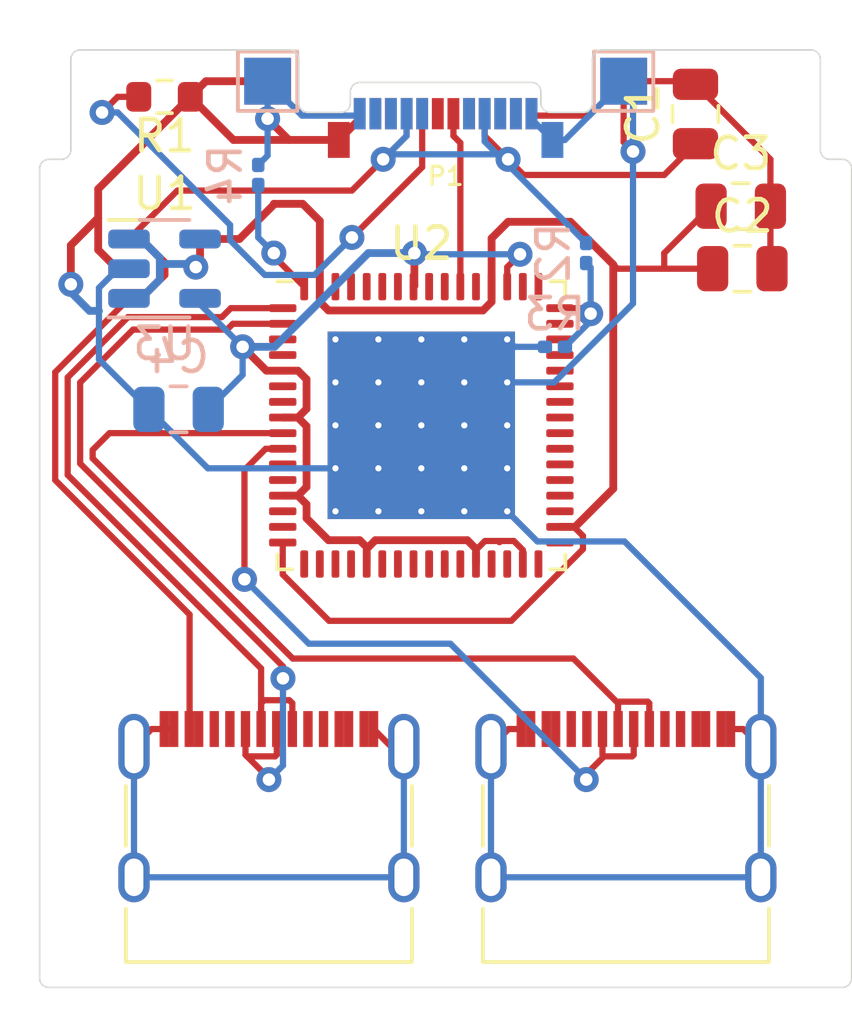
<source format=kicad_pcb>
(kicad_pcb (version 20221018) (generator pcbnew)
  (title_block (title "Expansion Card Template") (rev "X1") (company "Framework") (comment 1 "This work is licensed under a Creative Commons Attribution 4.0 International License") (comment 4 "https://frame.work"))
  (layers (0 "F.Cu" signal) (31 "B.Cu" signal) (34 "B.Paste" user) (35 "F.Paste" user) (36 "B.SilkS" user "B.Silkscreen") (37 "F.SilkS" user "F.Silkscreen") (38 "B.Mask" user) (39 "F.Mask" user) (44 "Edge.Cuts" user))
  (net 0 "")
  (net 1 "GND")
  (net 2 "+3V3")
  (net 3 "VBUS")
  (net 4 "Net-(P1-PadA5)")
  (net 7 "Net-(R4-Pad2)")
  (net 8 "/D-")
  (net 9 "/D+")
  (net 11 "+1V2")
  (net 13 "/D1")
  (net 14 "/D1-")
  (net 15 "/SBU1")
  (net 17 "/SBU2")
  (net 19 "/D2")
  (net 20 "/D2-")
  (net 22 "/TX0")
  (net 23 "/TX0-")
  (net 24 "/D")
  (net 25 "/RX0-")
  (net 26 "/RX0")
  (net 27 "Net-(R2-Pad2)")
  (net 28 "/TX_DS1")
  (net 29 "/TX_DS1-")
  (net 30 "/RX_DS1")
  (net 31 "/RX_DS1-")
  (net 32 "/TX_DS2")
  (net 33 "/TX_DS2-")
  (net 34 "/RX_DS2")
  (net 35 "/RX_DS2-")
  (footprint "Expansion_Card:USB_C_Plug_Molex_105444" (layer "F.Cu") (at 76.7775 84.06202)
    (fp_text reference "P1")
    (fp_text value "USB_C_Plug_USB2.0")
    (fp_line (start -3.35 0) (end -4.3 0) (stroke (width 0.05)) (layer "Edge.Cuts"))
    (fp_line (start -3.05 -0.66) (end -3.05 -0.3) (stroke (width 0.05)) (layer "Edge.Cuts"))
    (fp_line (start -2.75 -0.96) (end 2.75 -0.96) (stroke (width 0.05)) (layer "Edge.Cuts"))
    (fp_line (start 3.05 -0.66) (end 3.05 -0.3) (stroke (width 0.05)) (layer "Edge.Cuts"))
    (fp_line (start 3.35 0) (end 4.3 0) (stroke (width 0.05)) (layer "Edge.Cuts"))
    (fp_arc (start -3.05 -0.66) (mid -2.962132 -0.872132) (end -2.75 -0.96) (stroke (width 0.05)) (layer "Edge.Cuts"))
    (fp_arc (start -3.05 -0.3) (mid -3.137868 -0.087868) (end -3.35 0) (stroke (width 0.05)) (layer "Edge.Cuts"))
    (fp_arc (start 2.75 -0.96) (mid 2.962132 -0.872132) (end 3.05 -0.66) (stroke (width 0.05)) (layer "Edge.Cuts"))
    (fp_arc (start 3.35 0) (mid 3.137868 -0.087868) (end 3.05 -0.3) (stroke (width 0.05)) (layer "Edge.Cuts"))
  )
  (footprint "TestPoint:TestPoint_Pad_1.5x1.5mm" (layer "F.Cu") (at 71.0775 83.06202)
    (fp_text reference "TP1" hide)
    (fp_text value "TestPoint")
  )
  (footprint "TestPoint:TestPoint_Pad_1.5x1.5mm" (layer "F.Cu") (at 82.4775 83.06202)
    (fp_text reference "TP3" hide)
    (fp_text value "TestPoint")
  )
  (footprint "Resistor_SMD:R_0603_1608Metric" (layer "F.Cu") (at 67.7775 83.56202)
    (fp_text reference "R1")
    (fp_text value "5.1k")
  )
  (footprint "Connector_USB:USB_C_Receptacle_XKB_U262-16XN-4BVC11" (layer "F.Cu") (at 82.55 107.46202)
    (fp_text reference "J2" hide)
    (fp_text value "USB_C_Receptacle")
  )
  (footprint "Connector_USB:USB_C_Receptacle_XKB_U262-16XN-4BVC11" (layer "F.Cu") (at 71.12 107.46202)
    (fp_text reference "J1" hide)
    (fp_text value "USB_C_Receptacle")
  )
  (footprint "Package_TO_SOT_SMD:SOT-23-5" (layer "F.Cu") (at 67.7775 89.06202)
    (fp_text reference "U1")
    (fp_text value "AP2112K-3.3")
  )
  (footprint "Package_DFN_QFN:QFN-64-1EP_9x9mm_P0.5mm_EP6x6mm_ThermalVias" (layer "F.Cu") (at 76 94.07452)
    (fp_text reference "U2")
    (fp_text value "TUSB8041")
  )
  (footprint "Capacitor_SMD:C_0805_2012Metric" (layer "F.Cu") (at 86.2275 87.06202)
    (fp_text reference "C3")
    (fp_text value "10uF")
  )
  (footprint "Capacitor_SMD:C_0805_2012Metric" (layer "F.Cu") (at 84.7775 84.11202 90)
    (fp_text reference "C1")
    (fp_text value "10uF")
  )
  (footprint "Capacitor_SMD:C_0805_2012Metric" (layer "F.Cu") (at 86.2775 89.06202)
    (fp_text reference "C2")
    (fp_text value "10uF")
  )
  (footprint "TestPoint:TestPoint_Pad_1.5x1.5mm" (layer "B.Cu") (at 71.0775 83.06202)
    (fp_text reference "TP2" hide)
    (fp_text value "TestPoint")
  )
  (footprint "TestPoint:TestPoint_Pad_1.5x1.5mm" (layer "B.Cu") (at 82.4775 83.06202)
    (fp_text reference "TP4" hide)
    (fp_text value "TestPoint")
  )
  (footprint "Resistor_SMD:R_0201_0603Metric" (layer "B.Cu") (at 70.7775 86.06202 -90)
    (fp_text reference "R4")
    (fp_text value "9.53K")
  )
  (footprint "Resistor_SMD:R_0201_0603Metric" (layer "B.Cu") (at 81.2775 88.56202 -90)
    (fp_text reference "R2")
    (fp_text value "90.9K")
  )
  (footprint "Resistor_SMD:R_0201_0603Metric" (layer "B.Cu") (at 80.2775 91.56202 180)
    (fp_text reference "R3")
    (fp_text value "10K")
  )
  (footprint "Capacitor_SMD:C_0805_2012Metric" (layer "B.Cu") (at 68.2275 93.56202 180)
    (fp_text reference "C4")
    (fp_text value "10uF")
  )
  (footprint "Package_TO_SOT_SMD:SOT-23-5" (layer "B.Cu") (at 67.7775 89.06202)
    (fp_text reference "U3")
    (fp_text value "AP2112K-1.2")
  )
  (gr_line locked (start 89.7775 85.86202) (end 89.7775 111.76202) (stroke (width 0.05)) (layer "Edge.Cuts"))
  (gr_line locked (start 64.0775 112.06202) (end 89.4775 112.06202) (stroke (width 0.05)) (layer "Edge.Cuts"))
  (gr_arc locked (start 81.4775 83.76202) (mid 81.389632 83.974152) (end 81.1775 84.06202) (stroke (width 0.05)) (layer "Edge.Cuts"))
  (gr_arc locked (start 71.7775 82.06202) (mid 71.989632 82.149888) (end 72.0775 82.36202) (stroke (width 0.05)) (layer "Edge.Cuts"))
  (gr_line locked (start 81.4775 83.76202) (end 81.4775 82.36202) (stroke (width 0.05)) (layer "Edge.Cuts"))
  (gr_arc locked (start 81.4775 82.36202) (mid 81.565368 82.149888) (end 81.7775 82.06202) (stroke (width 0.05)) (layer "Edge.Cuts"))
  (gr_line locked (start 71.7775 82.06202) (end 65.0775 82.06202) (stroke (width 0.05)) (layer "Edge.Cuts"))
  (gr_line locked (start 81.7775 82.06202) (end 88.4775 82.06202) (stroke (width 0.05)) (layer "Edge.Cuts"))
  (gr_arc locked (start 64.0775 112.06202) (mid 63.865368 111.974152) (end 63.7775 111.76202) (stroke (width 0.05)) (layer "Edge.Cuts"))
  (gr_line locked (start 81.0775 84.06202) (end 81.1775 84.06202) (stroke (width 0.05)) (layer "Edge.Cuts"))
  (gr_arc locked (start 64.7775 82.36202) (mid 64.865368 82.149888) (end 65.0775 82.06202) (stroke (width 0.05)) (layer "Edge.Cuts"))
  (gr_line locked (start 64.7775 85.26202) (end 64.7775 82.36202) (stroke (width 0.05)) (layer "Edge.Cuts"))
  (gr_arc locked (start 64.7775 85.26202) (mid 64.689632 85.474152) (end 64.4775 85.56202) (stroke (width 0.05)) (layer "Edge.Cuts"))
  (gr_arc locked (start 63.7775 85.86202) (mid 63.865368 85.649888) (end 64.0775 85.56202) (stroke (width 0.05)) (layer "Edge.Cuts"))
  (gr_line locked (start 64.0775 85.56202) (end 64.4775 85.56202) (stroke (width 0.05)) (layer "Edge.Cuts"))
  (gr_line locked (start 88.7775 85.26202) (end 88.7775 82.36202) (stroke (width 0.05)) (layer "Edge.Cuts"))
  (gr_arc locked (start 89.4775 85.56202) (mid 89.689632 85.649888) (end 89.7775 85.86202) (stroke (width 0.05)) (layer "Edge.Cuts"))
  (gr_arc locked (start 89.0775 85.56202) (mid 88.865368 85.474152) (end 88.7775 85.26202) (stroke (width 0.05)) (layer "Edge.Cuts"))
  (gr_line locked (start 89.0775 85.56202) (end 89.4775 85.56202) (stroke (width 0.05)) (layer "Edge.Cuts"))
  (gr_line locked (start 63.7775 85.86202) (end 63.7775 111.76202) (stroke (width 0.05)) (layer "Edge.Cuts"))
  (gr_arc locked (start 72.3775 84.06202) (mid 72.165368 83.974152) (end 72.0775 83.76202) (stroke (width 0.05)) (layer "Edge.Cuts"))
  (gr_arc locked (start 88.4775 82.06202) (mid 88.689632 82.149888) (end 88.7775 82.36202) (stroke (width 0.05)) (layer "Edge.Cuts"))
  (gr_line locked (start 72.3775 84.06202) (end 72.4775 84.06202) (stroke (width 0.05)) (layer "Edge.Cuts"))
  (gr_arc locked (start 89.7775 111.76202) (mid 89.689632 111.974152) (end 89.4775 112.06202) (stroke (width 0.05)) (layer "Edge.Cuts"))
  (gr_line locked (start 72.0775 83.76202) (end 72.0775 82.36202) (stroke (width 0.05)) (layer "Edge.Cuts"))
  (segment (start 81.375581 84.163939) (end 82.4775 83.06202) (width 0.2) (layer "F.Cu") (net 1))
  (segment (start 66.64 89.06202) (end 66.256428 89.06202) (width 0.25) (layer "F.Cu") (net 1))
  (segment (start 73.3575 84.94202) (end 74.012989 84.286531) (width 0.25) (layer "F.Cu") (net 1))
  (segment (start 87.1775 87.06202) (end 87.1775 85.56202) (width 0.2) (layer "F.Cu") (net 1))
  (segment (start 78.795 103.79202) (end 78.23 104.35702) (width 0.2) (layer "F.Cu") (net 1))
  (segment (start 87.1775 87.06202) (end 87.1775 89.01202) (width 0.2) (layer "F.Cu") (net 1))
  (segment (start 65.65298 86.51154) (end 68.6025 83.56202) (width 0.25) (layer "F.Cu") (net 1))
  (segment (start 64.7775 88.31202) (end 64.7775 89.56202) (width 0.25) (layer "F.Cu") (net 1))
  (segment (start 79.5275 84.10202) (end 79.589419 84.163939) (width 0.2) (layer "F.Cu") (net 1))
  (segment (start 71.7575 84.94202) (end 71.0775 84.26202) (width 0.25) (layer "F.Cu") (net 1))
  (segment (start 82.4775 83.06202) (end 82.4775 85.01202) (width 0.2) (layer "F.Cu") (net 1))
  (segment (start 75.035 104.35702) (end 74.47 103.79202) (width 0.2) (layer "F.Cu") (net 1))
  (segment (start 69.1025 83.06202) (end 71.0775 83.06202) (width 0.25) (layer "F.Cu") (net 1))
  (segment (start 75.44 104.35702) (end 75.035 104.35702) (width 0.2) (layer "F.Cu") (net 1))
  (segment (start 65.65298 87.43654) (end 65.65298 86.51154) (width 0.25) (layer "F.Cu") (net 1))
  (segment (start 66.256428 89.06202) (end 65.65298 88.458572) (width 0.25) (layer "F.Cu") (net 1))
  (segment (start 69.9825 84.94202) (end 68.6025 83.56202) (width 0.25) (layer "F.Cu") (net 1))
  (segment (start 68.6025 83.56202) (end 69.1025 83.06202) (width 0.25) (layer "F.Cu") (net 1))
  (segment (start 65.65298 87.43654) (end 64.7775 88.31202) (width 0.25) (layer "F.Cu") (net 1))
  (segment (start 67.365 103.79202) (end 66.8 104.35702) (width 0.2) (layer "F.Cu") (net 1))
  (segment (start 84.7775 83.16202) (end 84.6775 83.06202) (width 0.2) (layer "F.Cu") (net 1))
  (segment (start 84.6775 83.06202) (end 82.4775 83.06202) (width 0.2) (layer "F.Cu") (net 1))
  (segment (start 65.65298 88.458572) (end 65.65298 87.43654) (width 0.25) (layer "F.Cu") (net 1))
  (segment (start 79.589419 84.163939) (end 81.375581 84.163939) (width 0.2) (layer "F.Cu") (net 1))
  (segment (start 79.2 103.79202) (end 78.795 103.79202) (width 0.2) (layer "F.Cu") (net 1))
  (segment (start 74.012989 84.286531) (end 74.012989 84.10202) (width 0.25) (layer "F.Cu") (net 1))
  (segment (start 82.4775 85.01202) (end 82.7775 85.31202) (width 0.2) (layer "F.Cu") (net 1))
  (segment (start 86.305 103.79202) (end 86.87 104.35702) (width 0.2) (layer "F.Cu") (net 1))
  (segment (start 68.07 103.79202) (end 67.365 103.79202) (width 0.2) (layer "F.Cu") (net 1))
  (segment (start 87.1775 85.56202) (end 84.7775 83.16202) (width 0.2) (layer "F.Cu") (net 1))
  (segment (start 85.9 103.79202) (end 86.305 103.79202) (width 0.2) (layer "F.Cu") (net 1))
  (segment (start 69.9825 84.94202) (end 73.3575 84.94202) (width 0.25) (layer "F.Cu") (net 1))
  (segment (start 87.1775 89.01202) (end 87.2275 89.06202) (width 0.2) (layer "F.Cu") (net 1))
  (via (at 82.7775 85.31202) (size 0.8) (drill 0.4) (layers "F.Cu" "B.Cu") (net 1))
  (via (at 71.0775 84.26202) (size 0.8) (drill 0.4) (layers "F.Cu" "B.Cu") (net 1))
  (via (at 64.7775 89.56202) (size 0.8) (drill 0.4) (layers "F.Cu" "B.Cu") (net 1))
  (segment (start 82.7775 85.31202) (end 82.7775 83.36202) (width 0.2) (layer "B.Cu") (net 1))
  (segment (start 71.0775 84.26202) (end 71.0775 83.06202) (width 0.2) (layer "B.Cu") (net 1))
  (segment (start 71.0775 85.44202) (end 71.0775 84.26202) (width 0.2) (layer "B.Cu") (net 1))
  (segment (start 82.7775 90.177026) (end 82.7775 85.31202) (width 0.2) (layer "B.Cu") (net 1))
  (segment (start 78.9875 91.56202) (end 78.75 91.32452) (width 0.2) (layer "B.Cu") (net 1))
  (segment (start 79.5275 84.10202) (end 79.5275 84.27202) (width 0.2) (layer "B.Cu") (net 1))
  (segment (start 79.9575 91.56202) (end 78.9875 91.56202) (width 0.2) (layer "B.Cu") (net 1))
  (segment (start 73.25 95.44952) (end 69.165 95.44952) (width 0.2) (layer "B.Cu") (net 1))
  (segment (start 78.75 92.69952) (end 80.255006 92.69952) (width 0.2) (layer "B.Cu") (net 1))
  (segment (start 67.2775 93.56202) (end 65.67798 91.9625) (width 0.2) (layer "B.Cu") (net 1))
  (segment (start 69.165 95.44952) (end 67.2775 93.56202) (width 0.2) (layer "B.Cu") (net 1))
  (segment (start 66.291783 89.06202) (end 66.64 89.06202) (width 0.2) (layer "B.Cu") (net 1))
  (segment (start 65.37702 90.41154) (end 65.67798 90.41154) (width 0.25) (layer "B.Cu") (net 1))
  (segment (start 86.87 108.53702) (end 86.87 104.35702) (width 0.2) (layer "B.Cu") (net 1))
  (segment (start 80.1975 84.94202) (end 80.5975 84.94202) (width 0.2) (layer "B.Cu") (net 1))
  (segment (start 79.71548 97.79) (end 82.50548 97.79) (width 0.2) (layer "B.Cu") (net 1))
  (segment (start 75.44 104.35702) (end 75.44 108.53702) (width 0.2) (layer "B.Cu") (net 1))
  (segment (start 79.5275 84.27202) (end 80.1975 84.94202) (width 0.2) (layer "B.Cu") (net 1))
  (segment (start 72.179419 84.163939) (end 71.0775 83.06202) (width 0.2) (layer "B.Cu") (net 1))
  (segment (start 73.965581 84.163939) (end 72.179419 84.163939) (width 0.2) (layer "B.Cu") (net 1))
  (segment (start 78.75 96.82452) (end 79.71548 97.79) (width 0.2) (layer "B.Cu") (net 1))
  (segment (start 70.7775 85.74202) (end 71.0775 85.44202) (width 0.2) (layer "B.Cu") (net 1))
  (segment (start 80.5975 84.94202) (end 82.4775 83.06202) (width 0.2) (layer "B.Cu") (net 1))
  (segment (start 65.67798 89.675823) (end 66.291783 89.06202) (width 0.2) (layer "B.Cu") (net 1))
  (segment (start 64.7775 89.56202) (end 64.7775 89.81202) (width 0.25) (layer "B.Cu") (net 1))
  (segment (start 66.8 108.53702) (end 75.44 108.53702) (width 0.2) (layer "B.Cu") (net 1))
  (segment (start 78.23 104.35702) (end 78.23 108.53702) (width 0.2) (layer "B.Cu") (net 1))
  (segment (start 65.67798 91.9625) (end 65.67798 89.675823) (width 0.2) (layer "B.Cu") (net 1))
  (segment (start 86.87 102.15452) (end 86.87 104.35702) (width 0.2) (layer "B.Cu") (net 1))
  (segment (start 80.255006 92.69952) (end 82.7775 90.177026) (width 0.2) (layer "B.Cu") (net 1))
  (segment (start 82.7775 83.36202) (end 82.4775 83.06202) (width 0.2) (layer "B.Cu") (net 1))
  (segment (start 82.50548 97.79) (end 86.87 102.15452) (width 0.2) (layer "B.Cu") (net 1))
  (segment (start 64.7775 89.81202) (end 65.37702 90.41154) (width 0.25) (layer "B.Cu") (net 1))
  (segment (start 74.0275 84.10202) (end 73.965581 84.163939) (width 0.2) (layer "B.Cu") (net 1))
  (segment (start 78.23 108.53702) (end 86.87 108.53702) (width 0.2) (layer "B.Cu") (net 1))
  (segment (start 66.8 104.35702) (end 66.8 108.53702) (width 0.2) (layer "B.Cu") (net 1))
  (segment (start 77.972808 90.39904) (end 78.25 90.121848) (width 0.25) (layer "F.Cu") (net 2))
  (segment (start 72.75 89.63702) (end 72.75 90.121848) (width 0.25) (layer "F.Cu") (net 2))
  (segment (start 78.25 88.08952) (end 78.7775 87.56202) (width 0.25) (layer "F.Cu") (net 2))
  (segment (start 81.17452 98.036973) (end 81.17452 97.612067) (width 0.2) (layer "F.Cu") (net 2))
  (segment (start 82.2775 89.06202) (end 82.145147 88.929667) (width 0.2) (layer "F.Cu") (net 2))
  (segment (start 71.2775 86.98654) (end 72.20202 86.98654) (width 0.25) (layer "F.Cu") (net 2))
  (segment (start 83.7775 89.06202) (end 82.2775 89.06202) (width 0.2) (layer "F.Cu") (net 2))
  (segment (start 68.7775 89.01152) (end 68.915 88.87402) (width 0.25) (layer "F.Cu") (net 2))
  (segment (start 85.2775 87.06202) (end 83.7775 88.56202) (width 0.2) (layer "F.Cu") (net 2))
  (segment (start 70.177 88.11202) (end 71.2775 87.01152) (width 0.25) (layer "F.Cu") (net 2))
  (segment (start 71.5625 97.82452) (end 71.5625 98.84702) (width 0.2) (layer "F.Cu") (net 2))
  (segment (start 72.20202 86.98654) (end 72.75 87.53452) (width 0.25) (layer "F.Cu") (net 2))
  (segment (start 81.17452 97.612067) (end 80.886973 97.32452) (width 0.2) (layer "F.Cu") (net 2))
  (segment (start 83.7775 88.56202) (end 83.7775 89.06202) (width 0.2) (layer "F.Cu") (net 2))
  (segment (start 82.145147 88.929667) (end 82.145147 96.101701) (width 0.25) (layer "F.Cu") (net 2))
  (segment (start 80.886973 97.32452) (end 80.4375 97.32452) (width 0.2) (layer "F.Cu") (net 2))
  (segment (start 68.915 88.11202) (end 70.177 88.11202) (width 0.25) (layer "F.Cu") (net 2))
  (segment (start 85.3275 89.06202) (end 83.7775 89.06202) (width 0.2) (layer "F.Cu") (net 2))
  (segment (start 78.7775 87.56202) (end 80.7775 87.56202) (width 0.25) (layer "F.Cu") (net 2))
  (segment (start 73.04548 100.33) (end 78.881493 100.33) (width 0.2) (layer "F.Cu") (net 2))
  (segment (start 78.881493 100.33) (end 81.17452 98.036973) (width 0.2) (layer "F.Cu") (net 2))
  (segment (start 72.75 87.53452) (end 72.75 89.63702) (width 0.25) (layer "F.Cu") (net 2))
  (segment (start 72.75 90.121848) (end 73.027192 90.39904) (width 0.25) (layer "F.Cu") (net 2))
  (segment (start 78.25 90.121848) (end 78.25 89.63702) (width 0.25) (layer "F.Cu") (net 2))
  (segment (start 71.5625 98.84702) (end 73.04548 100.33) (width 0.2) (layer "F.Cu") (net 2))
  (segment (start 78.25 89.63702) (end 78.25 88.08952) (width 0.25) (layer "F.Cu") (net 2))
  (segment (start 82.145147 96.101701) (end 80.922328 97.32452) (width 0.25) (layer "F.Cu") (net 2))
  (segment (start 80.7775 87.56202) (end 82.145147 88.929667) (width 0.25) (layer "F.Cu") (net 2))
  (segment (start 68.915 88.87402) (end 68.915 88.11202) (width 0.25) (layer "F.Cu") (net 2))
  (segment (start 71.2775 87.01152) (end 71.2775 86.98654) (width 0.25) (layer "F.Cu") (net 2))
  (segment (start 80.922328 97.32452) (end 80.4375 97.32452) (width 0.25) (layer "F.Cu") (net 2))
  (segment (start 73.027192 90.39904) (end 77.972808 90.39904) (width 0.25) (layer "F.Cu") (net 2))
  (via (at 68.7775 89.01152) (size 0.8) (drill 0.4) (layers "F.Cu" "B.Cu") (net 2))
  (segment (start 67.023572 90.01202) (end 67.62702 89.408572) (width 0.25) (layer "B.Cu") (net 2))
  (segment (start 67.62702 88.715468) (end 67.023572 88.11202) (width 0.25) (layer "B.Cu") (net 2))
  (segment (start 67.023572 88.11202) (end 66.64 88.11202) (width 0.25) (layer "B.Cu") (net 2))
  (segment (start 68.7775 89.01152) (end 68.67752 88.91154) (width 0.25) (layer "B.Cu") (net 2))
  (segment (start 68.67752 88.91154) (end 67.62702 88.91154) (width 0.25) (layer "B.Cu") (net 2))
  (segment (start 67.62702 88.91154) (end 67.62702 88.715468) (width 0.25) (layer "B.Cu") (net 2))
  (segment (start 66.64 90.01202) (end 67.023572 90.01202) (width 0.25) (layer "B.Cu") (net 2))
  (segment (start 67.62702 89.408572) (end 67.62702 88.91154) (width 0.25) (layer "B.Cu") (net 2))
  (segment (start 66.64 90.01202) (end 67.023572 90.01202) (width 0.25) (layer "F.Cu") (net 3))
  (segment (start 73.7775 86.56202) (end 68.19 86.56202) (width 0.2) (layer "F.Cu") (net 3))
  (segment (start 79.2775 86.06202) (end 83.7775 86.06202) (width 0.2) (layer "F.Cu") (net 3))
  (segment (start 78.0275 84.10202) (end 78.0275 84.81202) (width 0.2) (layer "F.Cu") (net 3))
  (segment (start 67.7775 89.258092) (end 67.7775 88.865948) (width 0.25) (layer "F.Cu") (net 3))
  (segment (start 68.58 103.78202) (end 68.57 103.79202) (width 0.2) (layer "F.Cu") (net 3))
  (segment (start 68.58 100.129763) (end 68.58 103.78202) (width 0.2) (layer "F.Cu") (net 3))
  (segment (start 64.2775 92.37452) (end 64.2775 95.827263) (width 0.2) (layer "F.Cu") (net 3))
  (segment (start 67.023572 90.01202) (end 67.7775 89.258092) (width 0.25) (layer "F.Cu") (net 3))
  (segment (start 64.2775 95.827263) (end 68.58 100.129763) (width 0.2) (layer "F.Cu") (net 3))
  (segment (start 68.19 86.56202) (end 66.64 88.11202) (width 0.2) (layer "F.Cu") (net 3))
  (segment (start 75.5275 84.10202) (end 75.5275 84.81202) (width 0.2) (layer "F.Cu") (net 3))
  (segment (start 75.5275 84.81202) (end 73.7775 86.56202) (width 0.2) (layer "F.Cu") (net 3))
  (segment (start 66.64 90.01202) (end 64.2775 92.37452) (width 0.2) (layer "F.Cu") (net 3))
  (segment (start 78.0275 84.81202) (end 78.7775 85.56202) (width 0.2) (layer "F.Cu") (net 3))
  (segment (start 67.7775 88.865948) (end 67.023572 88.11202) (width 0.25) (layer "F.Cu") (net 3))
  (segment (start 78.7775 85.56202) (end 79.2775 86.06202) (width 0.2) (layer "F.Cu") (net 3))
  (segment (start 83.7775 86.06202) (end 84.7775 85.06202) (width 0.2) (layer "F.Cu") (net 3))
  (segment (start 67.023572 88.11202) (end 66.64 88.11202) (width 0.25) (layer "F.Cu") (net 3))
  (via (at 74.7775 85.56202) (size 0.8) (drill 0.4) (layers "F.Cu" "B.Cu") (net 3))
  (via (at 78.7775 85.56202) (size 0.8) (drill 0.4) (layers "F.Cu" "B.Cu") (net 3))
  (segment (start 78.6175 85.40202) (end 78.7775 85.56202) (width 0.2) (layer "B.Cu") (net 3))
  (segment (start 78.4375 85.40202) (end 78.0275 84.99202) (width 0.2) (layer "B.Cu") (net 3))
  (segment (start 78.4375 85.40202) (end 74.9375 85.40202) (width 0.2) (layer "B.Cu") (net 3))
  (segment (start 78.0275 84.99202) (end 78.0275 84.10202) (width 0.2) (layer "B.Cu") (net 3))
  (segment (start 75.5275 84.10202) (end 75.5275 84.81202) (width 0.2) (layer "B.Cu") (net 3))
  (segment (start 78.4375 85.40202) (end 78.6175 85.40202) (width 0.2) (layer "B.Cu") (net 3))
  (segment (start 74.7775 85.56202) (end 75.5275 84.81202) (width 0.2) (layer "B.Cu") (net 3))
  (segment (start 81.2775 88.24202) (end 78.4375 85.40202) (width 0.2) (layer "B.Cu") (net 3))
  (segment (start 66.9525 83.56202) (end 66.2775 83.56202) (width 0.2) (layer "F.Cu") (net 4))
  (segment (start 66.2775 83.56202) (end 65.7775 84.06202) (width 0.2) (layer "F.Cu") (net 4))
  (segment (start 76.0275 85.81202) (end 73.7775 88.06202) (width 0.2) (layer "F.Cu") (net 4))
  (segment (start 76.0275 84.10202) (end 76.0275 85.81202) (width 0.2) (layer "F.Cu") (net 4))
  (via (at 73.7775 88.06202) (size 0.8) (drill 0.4) (layers "F.Cu" "B.Cu") (net 4))
  (via (at 65.7775 84.06202) (size 0.8) (drill 0.4) (layers "F.Cu" "B.Cu") (net 4))
  (segment (start 66.2775 84.06202) (end 65.7775 84.06202) (width 0.2) (layer "B.Cu") (net 4))
  (segment (start 69.87702 87.66154) (end 66.2775 84.06202) (width 0.2) (layer "B.Cu") (net 4))
  (segment (start 69.87702 88.150799) (end 69.87702 87.66154) (width 0.2) (layer "B.Cu") (net 4))
  (segment (start 73.7775 88.06202) (end 72.577989 89.261531) (width 0.2) (layer "B.Cu") (net 4))
  (segment (start 70.987752 89.261531) (end 69.87702 88.150799) (width 0.2) (layer "B.Cu") (net 4))
  (segment (start 72.577989 89.261531) (end 70.987752 89.261531) (width 0.2) (layer "B.Cu") (net 4))
  (segment (start 71.2775 88.66452) (end 72.25 89.63702) (width 0.2) (layer "F.Cu") (net 7))
  (segment (start 71.2775 88.56202) (end 71.2775 88.66452) (width 0.2) (layer "F.Cu") (net 7))
  (via (at 71.2775 88.56202) (size 0.8) (drill 0.4) (layers "F.Cu" "B.Cu") (net 7))
  (segment (start 70.7775 86.38202) (end 70.7775 88.06202) (width 0.2) (layer "B.Cu") (net 7))
  (segment (start 70.7775 88.06202) (end 71.2775 88.56202) (width 0.2) (layer "B.Cu") (net 7))
  (segment (start 77.25 89.63702) (end 77.25 85.03452) (width 0.2) (layer "F.Cu") (net 8))
  (segment (start 77.0275 84.81202) (end 77.0275 84.10202) (width 0.2) (layer "F.Cu") (net 8))
  (segment (start 77.25 85.03452) (end 77.0275 84.81202) (width 0.2) (layer "F.Cu") (net 8))
  (segment (start 72.047328 93.82452) (end 72.32452 93.547328) (width 0.25) (layer "F.Cu") (net 11))
  (segment (start 72.32452 94.101712) (end 72.047328 93.82452) (width 0.25) (layer "F.Cu") (net 11))
  (segment (start 78.75 89.63702) (end 78.75 89.010113) (width 0.2) (layer "F.Cu") (net 11))
  (segment (start 71.5625 92.32452) (end 71.04 92.32452) (width 0.25) (layer "F.Cu") (net 11))
  (segment (start 72.32452 97.048062) (end 73.026458 97.75) (width 0.25) (layer "F.Cu") (net 11))
  (segment (start 75.7775 89.60952) (end 75.75 89.63702) (width 0.25) (layer "F.Cu") (net 11))
  (segment (start 74.25 97.972192) (end 74.305 97.972192) (width 0.25) (layer "F.Cu") (net 11))
  (segment (start 71.5625 93.82452) (end 72.047328 93.82452) (width 0.25) (layer "F.Cu") (net 11))
  (segment (start 77.75 98.062547) (end 78.037547 97.775) (width 0.2) (layer "F.Cu") (net 11))
  (segment (start 73.026458 97.75) (end 74.027808 97.75) (width 0.25) (layer "F.Cu") (net 11))
  (segment (start 72.047328 96.32452) (end 72.32452 96.601712) (width 0.25) (layer "F.Cu") (net 11))
  (segment (start 78.962453 97.775) (end 79.25 98.062547) (width 0.2) (layer "F.Cu") (net 11))
  (segment (start 78.462453 97.775) (end 78.499473 97.81202) (width 0.2) (layer "F.Cu") (net 11))
  (segment (start 74.527192 97.75) (end 77.472808 97.75) (width 0.25) (layer "F.Cu") (net 11))
  (segment (start 72.32452 96.047328) (end 72.32452 94.101712) (width 0.25) (layer "F.Cu") (net 11))
  (segment (start 78.037547 97.775) (end 78.462453 97.775) (width 0.2) (layer "F.Cu") (net 11))
  (segment (start 71.5625 96.32452) (end 72.047328 96.32452) (width 0.25) (layer "F.Cu") (net 11))
  (segment (start 78.500527 97.81202) (end 78.537547 97.775) (width 0.2) (layer "F.Cu") (net 11))
  (segment (start 77.75 98.51202) (end 77.75 98.062547) (width 0.2) (layer "F.Cu") (net 11))
  (segment (start 72.32452 92.601712) (end 72.047328 92.32452) (width 0.25) (layer "F.Cu") (net 11))
  (segment (start 74.027808 97.75) (end 74.25 97.972192) (width 0.25) (layer "F.Cu") (net 11))
  (segment (start 79.25 98.062547) (end 79.25 98.51202) (width 0.2) (layer "F.Cu") (net 11))
  (segment (start 72.047328 96.32452) (end 72.32452 96.047328) (width 0.25) (layer "F.Cu") (net 11))
  (segment (start 74.25 97.972192) (end 74.25 98.51202) (width 0.25) (layer "F.Cu") (net 11))
  (segment (start 72.32452 96.601712) (end 72.32452 97.048062) (width 0.25) (layer "F.Cu") (net 11))
  (segment (start 72.047328 92.32452) (end 71.5625 92.32452) (width 0.25) (layer "F.Cu") (net 11))
  (segment (start 77.472808 97.75) (end 77.75 98.027192) (width 0.25) (layer "F.Cu") (net 11))
  (segment (start 72.32452 93.547328) (end 72.32452 92.601712) (width 0.25) (layer "F.Cu") (net 11))
  (segment (start 78.499473 97.81202) (end 78.500527 97.81202) (width 0.2) (layer "F.Cu") (net 11))
  (segment (start 78.537547 97.775) (end 78.962453 97.775) (width 0.2) (layer "F.Cu") (net 11))
  (segment (start 71.04 92.32452) (end 70.2775 91.56202) (width 0.25) (layer "F.Cu") (net 11))
  (segment (start 78.75 89.010113) (end 79.159501 88.600612) (width 0.2) (layer "F.Cu") (net 11))
  (segment (start 77.75 98.027192) (end 77.75 98.51202) (width 0.25) (layer "F.Cu") (net 11))
  (segment (start 74.305 97.972192) (end 74.527192 97.75) (width 0.25) (layer "F.Cu") (net 11))
  (segment (start 75.7775 88.56202) (end 75.7775 89.60952) (width 0.25) (layer "F.Cu") (net 11))
  (via (at 79.159501 88.600612) (size 0.8) (drill 0.4) (layers "F.Cu" "B.Cu") (net 11))
  (via (at 70.2775 91.56202) (size 0.8) (drill 0.4) (layers "F.Cu" "B.Cu") (net 11))
  (via (at 75.7775 88.56202) (size 0.8) (drill 0.4) (layers "F.Cu" "B.Cu") (net 11))
  (segment (start 70.2775 92.46202) (end 70.2775 91.56202) (width 0.2) (layer "B.Cu") (net 11))
  (segment (start 68.915 90.19952) (end 68.915 90.01202) (width 0.2) (layer "B.Cu") (net 11))
  (segment (start 70.2775 91.56202) (end 68.915 90.19952) (width 0.2) (layer "B.Cu") (net 11))
  (segment (start 69.1775 93.56202) (end 70.2775 92.46202) (width 0.2) (layer "B.Cu") (net 11))
  (segment (start 75.816092 88.600612) (end 75.7775 88.56202) (width 0.2) (layer "B.Cu") (net 11))
  (segment (start 74.302114 88.56202) (end 75.7775 88.56202) (width 0.25) (layer "B.Cu") (net 11))
  (segment (start 79.159501 88.600612) (end 75.816092 88.600612) (width 0.2) (layer "B.Cu") (net 11))
  (segment (start 70.2775 91.56202) (end 71.302114 91.56202) (width 0.25) (layer "B.Cu") (net 11))
  (segment (start 71.302114 91.56202) (end 74.302114 88.56202) (width 0.25) (layer "B.Cu") (net 11))
  (segment (start 71.77298 102.87) (end 71.87 102.96702) (width 0.2) (layer "F.Cu") (net 13))
  (segment (start 70.87 103.79202) (end 70.87 102.96702) (width 0.2) (layer "F.Cu") (net 13))
  (segment (start 71.87 102.96702) (end 71.87 103.79202) (width 0.2) (layer "F.Cu") (net 13))
  (segment (start 64.677021 95.661098) (end 70.87 101.854077) (width 0.2) (layer "F.Cu") (net 13))
  (segment (start 64.677021 92.540005) (end 64.677021 95.661098) (width 0.2) (layer "F.Cu") (net 13))
  (segment (start 66.605486 90.61154) (end 64.677021 92.540005) (width 0.2) (layer "F.Cu") (net 13))
  (segment (start 69.613697 90.61154) (end 66.605486 90.61154) (width 0.2) (layer "F.Cu") (net 13))
  (segment (start 71.5625 90.32452) (end 69.900717 90.32452) (width 0.2) (layer "F.Cu") (net 13))
  (segment (start 70.96702 102.87) (end 71.77298 102.87) (width 0.2) (layer "F.Cu") (net 13))
  (segment (start 69.900717 90.32452) (end 69.613697 90.61154) (width 0.2) (layer "F.Cu") (net 13))
  (segment (start 70.87 101.854077) (end 70.87 103.79202) (width 0.2) (layer "F.Cu") (net 13))
  (segment (start 70.87 102.96702) (end 70.96702 102.87) (width 0.2) (layer "F.Cu") (net 13))
  (segment (start 70.37 103.79202) (end 70.37 104.61702) (width 0.2) (layer "F.Cu") (net 14))
  (segment (start 65.07654 95.296054) (end 65.07654 92.705492) (width 0.2) (layer "F.Cu") (net 14))
  (segment (start 66.770972 91.01106) (end 69.779183 91.01106) (width 0.2) (layer "F.Cu") (net 14))
  (segment (start 65.07654 92.705492) (end 66.770972 91.01106) (width 0.2) (layer "F.Cu") (net 14))
  (segment (start 65.07654 95.296054) (end 71.5695 101.789014) (width 0.2) (layer "F.Cu") (net 14))
  (segment (start 70.42 104.66702) (end 71.32 104.66702) (width 0.2) (layer "F.Cu") (net 14))
  (segment (start 71.12 105.36702) (end 70.37 104.61702) (width 0.2) (layer "F.Cu") (net 14))
  (segment (start 71.37 104.61702) (end 71.37 103.79202) (width 0.2) (layer "F.Cu") (net 14))
  (segment (start 71.12 105.41) (end 71.12 105.36702) (width 0.2) (layer "F.Cu") (net 14))
  (segment (start 69.965723 90.82452) (end 71.5625 90.82452) (width 0.2) (layer "F.Cu") (net 14))
  (segment (start 71.5695 101.789014) (end 71.5695 102.1705) (width 0.2) (layer "F.Cu") (net 14))
  (segment (start 71.32 104.66702) (end 71.37 104.61702) (width 0.2) (layer "F.Cu") (net 14))
  (segment (start 69.779183 91.01106) (end 69.965723 90.82452) (width 0.2) (layer "F.Cu") (net 14))
  (segment (start 70.37 104.61702) (end 70.42 104.66702) (width 0.2) (layer "F.Cu") (net 14))
  (via (at 71.12 105.41) (size 0.8) (drill 0.4) (layers "F.Cu" "B.Cu") (net 14))
  (via (at 71.5695 102.1705) (size 0.8) (drill 0.4) (layers "F.Cu" "B.Cu") (net 14))
  (segment (start 71.5695 102.1705) (end 71.5695 104.9605) (width 0.2) (layer "B.Cu") (net 14))
  (segment (start 71.5695 104.9605) (end 71.12 105.41) (width 0.2) (layer "B.Cu") (net 14))
  (segment (start 71.882627 101.537135) (end 80.870115 101.537135) (width 0.2) (layer "F.Cu") (net 19))
  (segment (start 83.25 102.91702) (end 82.35 102.91702) (width 0.2) (layer "F.Cu") (net 19))
  (segment (start 71.5625 94.32452) (end 66.015 94.32452) (width 0.2) (layer "F.Cu") (net 19))
  (segment (start 66.015 94.32452) (end 65.47606 94.86346) (width 0.2) (layer "F.Cu") (net 19))
  (segment (start 65.47606 95.130568) (end 71.882627 101.537135) (width 0.2) (layer "F.Cu") (net 19))
  (segment (start 82.3 102.96702) (end 82.3 103.79202) (width 0.2) (layer "F.Cu") (net 19))
  (segment (start 83.3 103.79202) (end 83.3 102.96702) (width 0.2) (layer "F.Cu") (net 19))
  (segment (start 83.3 102.96702) (end 83.25 102.91702) (width 0.2) (layer "F.Cu") (net 19))
  (segment (start 80.870115 101.537135) (end 82.3 102.96702) (width 0.2) (layer "F.Cu") (net 19))
  (segment (start 65.47606 94.86346) (end 65.47606 95.130568) (width 0.2) (layer "F.Cu") (net 19))
  (segment (start 82.35 102.91702) (end 82.3 102.96702) (width 0.2) (layer "F.Cu") (net 19))
  (segment (start 81.28 105.41) (end 81.28 105.23702) (width 0.2) (layer "F.Cu") (net 20))
  (segment (start 70.337128 95.502392) (end 71.015 94.82452) (width 0.2) (layer "F.Cu") (net 20))
  (segment (start 81.85 104.66702) (end 82.75 104.66702) (width 0.2) (layer "F.Cu") (net 20))
  (segment (start 82.8 104.61702) (end 82.8 103.79202) (width 0.2) (layer "F.Cu") (net 20))
  (segment (start 70.337128 99.002392) (end 70.337128 95.502392) (width 0.2) (layer "F.Cu") (net 20))
  (segment (start 81.8 104.61702) (end 81.85 104.66702) (width 0.2) (layer "F.Cu") (net 20))
  (segment (start 81.28 105.23702) (end 81.85 104.66702) (width 0.2) (layer "F.Cu") (net 20))
  (segment (start 71.015 94.82452) (end 71.5625 94.82452) (width 0.2) (layer "F.Cu") (net 20))
  (segment (start 81.8 103.79202) (end 81.8 104.61702) (width 0.2) (layer "F.Cu") (net 20))
  (segment (start 82.75 104.66702) (end 82.8 104.61702) (width 0.2) (layer "F.Cu") (net 20))
  (via (at 81.28 105.41) (size 0.8) (drill 0.4) (layers "F.Cu" "B.Cu") (net 20))
  (via (at 70.337128 99.002392) (size 0.8) (drill 0.4) (layers "F.Cu" "B.Cu") (net 20))
  (segment (start 72.396756 101.06202) (end 70.337128 99.002392) (width 0.2) (layer "B.Cu") (net 20))
  (segment (start 76.93202 101.06202) (end 81.28 105.41) (width 0.2) (layer "B.Cu") (net 20))
  (segment (start 72.396756 101.06202) (end 76.93202 101.06202) (width 0.2) (layer "B.Cu") (net 20))
  (segment (start 81.420636 90.500456) (end 81.2447 90.32452) (width 0.2) (layer "F.Cu") (net 27))
  (segment (start 81.2447 90.32452) (end 80.4375 90.32452) (width 0.2) (layer "F.Cu") (net 27))
  (via (at 81.420636 90.500456) (size 0.8) (drill 0.4) (layers "F.Cu" "B.Cu") (net 27))
  (segment (start 81.420636 90.500456) (end 81.420636 90.738884) (width 0.2) (layer "B.Cu") (net 27))
  (segment (start 81.420636 89.025156) (end 81.2775 88.88202) (width 0.2) (layer "B.Cu") (net 27))
  (segment (start 81.420636 90.738884) (end 80.5975 91.56202) (width 0.2) (layer "B.Cu") (net 27))
  (segment (start 81.420636 90.500456) (end 81.420636 89.025156) (width 0.2) (layer "B.Cu") (net 27))
)
</source>
